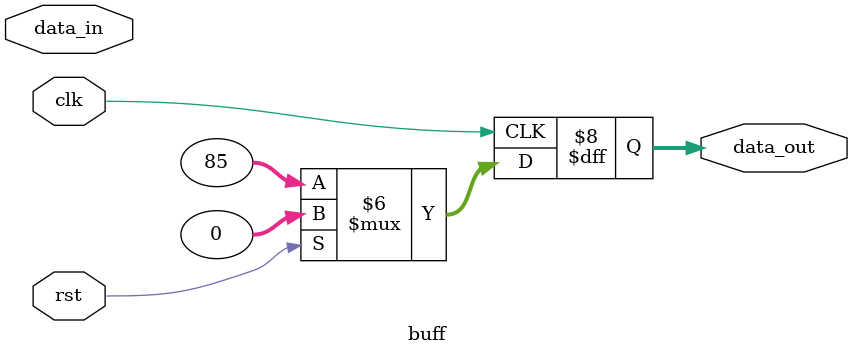
<source format=v>
`timescale 1ns / 1ps


module buff(
    input clk,
    input rst,
    input [31:0] data_in,
    output reg [31:0] data_out
    );
    
    reg [31:0] data_out_buff;
    
    always @(posedge clk) begin
        if(rst) begin
            data_out <= 31'h0;
            data_out_buff <= 31'h0;
        end
        else begin
            data_out <= 31'h55;
            data_out_buff <= data_in;
        end
    end
endmodule

</source>
